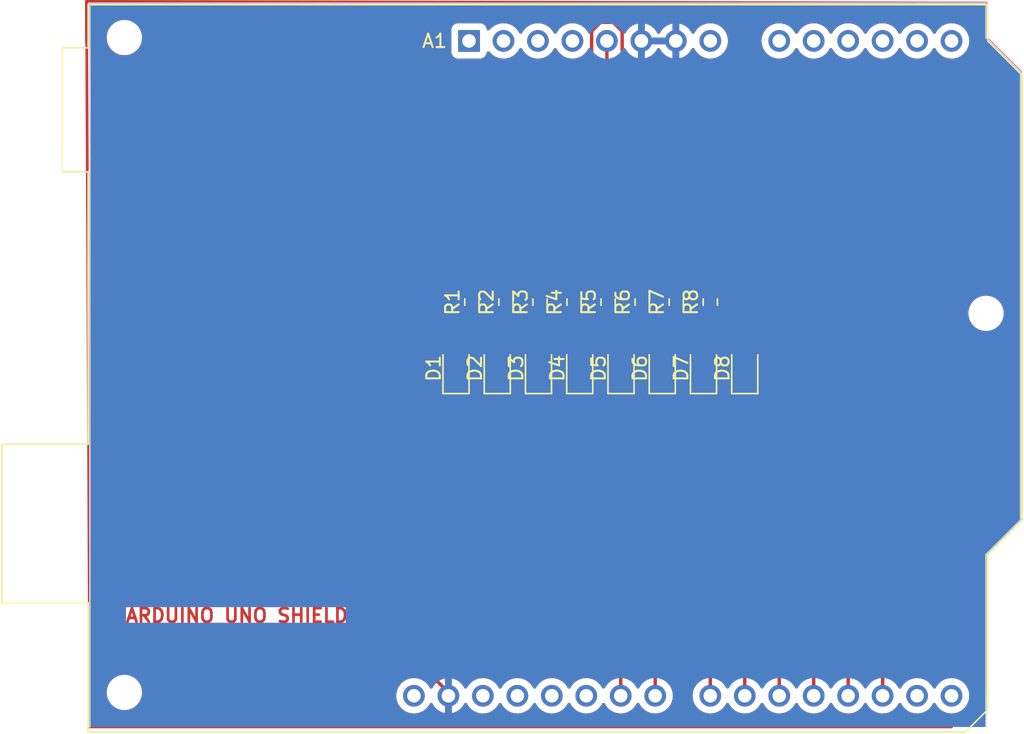
<source format=kicad_pcb>
(kicad_pcb (version 20221018) (generator pcbnew)
  (layers (0 "F.Cu" signal) (31 "B.Cu" signal) (34 "B.Paste" user) (35 "F.Paste" user) (36 "B.SilkS" user "B.Silkscreen") (37 "F.SilkS" user "F.Silkscreen") (38 "B.Mask" user) (39 "F.Mask" user) (44 "Edge.Cuts" user))
  (net 0 "")
  (net 5 "Net-(A1-+5V)")
  (net 6 "GND")
  (net 16 "Net-(A1-D2)")
  (net 17 "Net-(A1-D3)")
  (net 18 "Net-(A1-D4)")
  (net 19 "Net-(A1-D5)")
  (net 20 "Net-(A1-D6)")
  (net 21 "Net-(A1-D7)")
  (net 22 "Net-(A1-D8)")
  (net 23 "Net-(A1-D9)")
  (net 29 "Net-(D1-A)")
  (net 30 "Net-(D2-A)")
  (net 31 "Net-(D3-A)")
  (net 32 "Net-(D4-A)")
  (net 33 "Net-(D5-A)")
  (net 34 "Net-(D6-A)")
  (net 35 "Net-(D7-A)")
  (net 36 "Net-(D8-A)")
  (footprint "LED_SMD:LED_0805_2012Metric_Pad1.15x1.40mm_HandSolder" (layer "F.Cu") (at 190.04 80.255 90)
    (fp_text reference "D2" (at 0 -1.65 90) (layer "F.SilkS"))
    (fp_text value "LED")
    (fp_line (start -1.86 -0.96) (end -1.86 0.96) (stroke (width 0.12)) (layer "F.SilkS"))
    (fp_line (start -1.86 0.96) (end 1 0.96) (stroke (width 0.12)) (layer "F.SilkS"))
    (fp_line (start 1 -0.96) (end -1.86 -0.96) (stroke (width 0.12)) (layer "F.SilkS"))
    (pad "1" smd roundrect (at -1.025 0 90) (size 1.15 1.4) (layers "F.Cu" "F.Paste" "F.Mask") (roundrect_rratio 0.217391) (net 22 "Net-(A1-D8)"))
    (pad "2" smd roundrect (at 1.025 0 90) (size 1.15 1.4) (layers "F.Cu" "F.Paste" "F.Mask") (roundrect_rratio 0.217391) (net 30 "Net-(D2-A)"))
  )
  (footprint "Resistor_SMD:R_0603_1608Metric" (layer "F.Cu") (at 203.23 75.375 90)
    (fp_text reference "R7" (at 0 -1.43 90) (layer "F.SilkS"))
    (fp_text value "247")
    (fp_line (start -0.237258 -0.5225) (end 0.237258 -0.5225) (stroke (width 0.12)) (layer "F.SilkS"))
    (fp_line (start -0.237258 0.5225) (end 0.237258 0.5225) (stroke (width 0.12)) (layer "F.SilkS"))
    (pad "1" smd roundrect (at -0.825 0 90) (size 0.8 0.95) (layers "F.Cu" "F.Paste" "F.Mask") (net 5 "Net-(A1-+5V)"))
    (pad "2" smd roundrect (at 0.825 0 90) (size 0.8 0.95) (layers "F.Cu" "F.Paste" "F.Mask") (net 35 "Net-(D7-A)"))
  )
  (footprint "Resistor_SMD:R_0603_1608Metric" (layer "F.Cu") (at 205.74 75.375 90)
    (fp_text reference "R8" (at 0 -1.43 90) (layer "F.SilkS"))
    (fp_text value "247")
    (fp_line (start -0.237258 -0.5225) (end 0.237258 -0.5225) (stroke (width 0.12)) (layer "F.SilkS"))
    (fp_line (start -0.237258 0.5225) (end 0.237258 0.5225) (stroke (width 0.12)) (layer "F.SilkS"))
    (pad "1" smd roundrect (at -0.825 0 90) (size 0.8 0.95) (layers "F.Cu" "F.Paste" "F.Mask") (net 5 "Net-(A1-+5V)"))
    (pad "2" smd roundrect (at 0.825 0 90) (size 0.8 0.95) (layers "F.Cu" "F.Paste" "F.Mask") (net 36 "Net-(D8-A)"))
  )
  (footprint "Resistor_SMD:R_0603_1608Metric" (layer "F.Cu") (at 188.17 75.375 90)
    (fp_text reference "R1" (at 0 -1.43 90) (layer "F.SilkS"))
    (fp_text value "247")
    (fp_line (start -0.237258 -0.5225) (end 0.237258 -0.5225) (stroke (width 0.12)) (layer "F.SilkS"))
    (fp_line (start -0.237258 0.5225) (end 0.237258 0.5225) (stroke (width 0.12)) (layer "F.SilkS"))
    (pad "1" smd roundrect (at -0.825 0 90) (size 0.8 0.95) (layers "F.Cu" "F.Paste" "F.Mask") (net 5 "Net-(A1-+5V)"))
    (pad "2" smd roundrect (at 0.825 0 90) (size 0.8 0.95) (layers "F.Cu" "F.Paste" "F.Mask") (net 29 "Net-(D1-A)"))
  )
  (footprint "LED_SMD:LED_0805_2012Metric_Pad1.15x1.40mm_HandSolder" (layer "F.Cu") (at 199.16 80.255 90)
    (fp_text reference "D5" (at 0 -1.65 90) (layer "F.SilkS"))
    (fp_text value "LED")
    (fp_line (start -1.86 -0.96) (end -1.86 0.96) (stroke (width 0.12)) (layer "F.SilkS"))
    (fp_line (start -1.86 0.96) (end 1 0.96) (stroke (width 0.12)) (layer "F.SilkS"))
    (fp_line (start 1 -0.96) (end -1.86 -0.96) (stroke (width 0.12)) (layer "F.SilkS"))
    (pad "1" smd roundrect (at -1.025 0 90) (size 1.15 1.4) (layers "F.Cu" "F.Paste" "F.Mask") (roundrect_rratio 0.217391) (net 19 "Net-(A1-D5)"))
    (pad "2" smd roundrect (at 1.025 0 90) (size 1.15 1.4) (layers "F.Cu" "F.Paste" "F.Mask") (roundrect_rratio 0.217391) (net 33 "Net-(D5-A)"))
  )
  (footprint "LED_SMD:LED_0805_2012Metric_Pad1.15x1.40mm_HandSolder" (layer "F.Cu") (at 208.28 80.255 90)
    (fp_text reference "D8" (at 0 -1.65 90) (layer "F.SilkS"))
    (fp_text value "LED")
    (fp_line (start -1.86 -0.96) (end -1.86 0.96) (stroke (width 0.12)) (layer "F.SilkS"))
    (fp_line (start -1.86 0.96) (end 1 0.96) (stroke (width 0.12)) (layer "F.SilkS"))
    (fp_line (start 1 -0.96) (end -1.86 -0.96) (stroke (width 0.12)) (layer "F.SilkS"))
    (pad "1" smd roundrect (at -1.025 0 90) (size 1.15 1.4) (layers "F.Cu" "F.Paste" "F.Mask") (roundrect_rratio 0.217391) (net 16 "Net-(A1-D2)"))
    (pad "2" smd roundrect (at 1.025 0 90) (size 1.15 1.4) (layers "F.Cu" "F.Paste" "F.Mask") (roundrect_rratio 0.217391) (net 36 "Net-(D8-A)"))
  )
  (footprint "LED_SMD:LED_0805_2012Metric_Pad1.15x1.40mm_HandSolder" (layer "F.Cu") (at 202.2 80.255 90)
    (fp_text reference "D6" (at 0 -1.65 90) (layer "F.SilkS"))
    (fp_text value "LED")
    (fp_line (start -1.86 -0.96) (end -1.86 0.96) (stroke (width 0.12)) (layer "F.SilkS"))
    (fp_line (start -1.86 0.96) (end 1 0.96) (stroke (width 0.12)) (layer "F.SilkS"))
    (fp_line (start 1 -0.96) (end -1.86 -0.96) (stroke (width 0.12)) (layer "F.SilkS"))
    (pad "1" smd roundrect (at -1.025 0 90) (size 1.15 1.4) (layers "F.Cu" "F.Paste" "F.Mask") (roundrect_rratio 0.217391) (net 18 "Net-(A1-D4)"))
    (pad "2" smd roundrect (at 1.025 0 90) (size 1.15 1.4) (layers "F.Cu" "F.Paste" "F.Mask") (roundrect_rratio 0.217391) (net 34 "Net-(D6-A)"))
  )
  (footprint "LED_SMD:LED_0805_2012Metric_Pad1.15x1.40mm_HandSolder" (layer "F.Cu") (at 196.12 80.255 90)
    (fp_text reference "D4" (at 0 -1.65 90) (layer "F.SilkS"))
    (fp_text value "LED")
    (fp_line (start -1.86 -0.96) (end -1.86 0.96) (stroke (width 0.12)) (layer "F.SilkS"))
    (fp_line (start -1.86 0.96) (end 1 0.96) (stroke (width 0.12)) (layer "F.SilkS"))
    (fp_line (start 1 -0.96) (end -1.86 -0.96) (stroke (width 0.12)) (layer "F.SilkS"))
    (pad "1" smd roundrect (at -1.025 0 90) (size 1.15 1.4) (layers "F.Cu" "F.Paste" "F.Mask") (roundrect_rratio 0.217391) (net 20 "Net-(A1-D6)"))
    (pad "2" smd roundrect (at 1.025 0 90) (size 1.15 1.4) (layers "F.Cu" "F.Paste" "F.Mask") (roundrect_rratio 0.217391) (net 32 "Net-(D4-A)"))
  )
  (footprint "Resistor_SMD:R_0603_1608Metric" (layer "F.Cu") (at 190.68 75.375 90)
    (fp_text reference "R2" (at 0 -1.43 90) (layer "F.SilkS"))
    (fp_text value "247")
    (fp_line (start -0.237258 -0.5225) (end 0.237258 -0.5225) (stroke (width 0.12)) (layer "F.SilkS"))
    (fp_line (start -0.237258 0.5225) (end 0.237258 0.5225) (stroke (width 0.12)) (layer "F.SilkS"))
    (pad "1" smd roundrect (at -0.825 0 90) (size 0.8 0.95) (layers "F.Cu" "F.Paste" "F.Mask") (net 5 "Net-(A1-+5V)"))
    (pad "2" smd roundrect (at 0.825 0 90) (size 0.8 0.95) (layers "F.Cu" "F.Paste" "F.Mask") (net 30 "Net-(D2-A)"))
  )
  (footprint "MountingHole:MountingHole_2.1mm" (layer "F.Cu") (at 226.06 76.2)
    (fp_text reference "REF**" hide)
    (fp_text value "MountingHole_2.1mm" hide)
    (pad "" np_thru_hole circle (at 0 0) (size 2.1 2.1) (drill 2.1) (layers "*.Cu" "*.Mask"))
  )
  (footprint "LED_SMD:LED_0805_2012Metric_Pad1.15x1.40mm_HandSolder" (layer "F.Cu") (at 205.24 80.255 90)
    (fp_text reference "D7" (at 0 -1.65 90) (layer "F.SilkS"))
    (fp_text value "LED")
    (fp_line (start -1.86 -0.96) (end -1.86 0.96) (stroke (width 0.12)) (layer "F.SilkS"))
    (fp_line (start -1.86 0.96) (end 1 0.96) (stroke (width 0.12)) (layer "F.SilkS"))
    (fp_line (start 1 -0.96) (end -1.86 -0.96) (stroke (width 0.12)) (layer "F.SilkS"))
    (pad "1" smd roundrect (at -1.025 0 90) (size 1.15 1.4) (layers "F.Cu" "F.Paste" "F.Mask") (roundrect_rratio 0.217391) (net 17 "Net-(A1-D3)"))
    (pad "2" smd roundrect (at 1.025 0 90) (size 1.15 1.4) (layers "F.Cu" "F.Paste" "F.Mask") (roundrect_rratio 0.217391) (net 35 "Net-(D7-A)"))
  )
  (footprint "Resistor_SMD:R_0603_1608Metric" (layer "F.Cu") (at 193.19 75.375 90)
    (fp_text reference "R3" (at 0 -1.43 90) (layer "F.SilkS"))
    (fp_text value "247")
    (fp_line (start -0.237258 -0.5225) (end 0.237258 -0.5225) (stroke (width 0.12)) (layer "F.SilkS"))
    (fp_line (start -0.237258 0.5225) (end 0.237258 0.5225) (stroke (width 0.12)) (layer "F.SilkS"))
    (pad "1" smd roundrect (at -0.825 0 90) (size 0.8 0.95) (layers "F.Cu" "F.Paste" "F.Mask") (net 5 "Net-(A1-+5V)"))
    (pad "2" smd roundrect (at 0.825 0 90) (size 0.8 0.95) (layers "F.Cu" "F.Paste" "F.Mask") (net 31 "Net-(D3-A)"))
  )
  (footprint "Resistor_SMD:R_0603_1608Metric" (layer "F.Cu") (at 200.72 75.375 90)
    (fp_text reference "R6" (at 0 -1.43 90) (layer "F.SilkS"))
    (fp_text value "247")
    (fp_line (start -0.237258 -0.5225) (end 0.237258 -0.5225) (stroke (width 0.12)) (layer "F.SilkS"))
    (fp_line (start -0.237258 0.5225) (end 0.237258 0.5225) (stroke (width 0.12)) (layer "F.SilkS"))
    (pad "1" smd roundrect (at -0.825 0 90) (size 0.8 0.95) (layers "F.Cu" "F.Paste" "F.Mask") (net 5 "Net-(A1-+5V)"))
    (pad "2" smd roundrect (at 0.825 0 90) (size 0.8 0.95) (layers "F.Cu" "F.Paste" "F.Mask") (net 34 "Net-(D6-A)"))
  )
  (footprint "Resistor_SMD:R_0603_1608Metric" (layer "F.Cu") (at 198.21 75.375 90)
    (fp_text reference "R5" (at 0 -1.43 90) (layer "F.SilkS"))
    (fp_text value "247")
    (fp_line (start -0.237258 -0.5225) (end 0.237258 -0.5225) (stroke (width 0.12)) (layer "F.SilkS"))
    (fp_line (start -0.237258 0.5225) (end 0.237258 0.5225) (stroke (width 0.12)) (layer "F.SilkS"))
    (pad "1" smd roundrect (at -0.825 0 90) (size 0.8 0.95) (layers "F.Cu" "F.Paste" "F.Mask") (net 5 "Net-(A1-+5V)"))
    (pad "2" smd roundrect (at 0.825 0 90) (size 0.8 0.95) (layers "F.Cu" "F.Paste" "F.Mask") (net 33 "Net-(D5-A)"))
  )
  (footprint "Resistor_SMD:R_0603_1608Metric" (layer "F.Cu") (at 195.7 75.375 90)
    (fp_text reference "R4" (at 0 -1.43 90) (layer "F.SilkS"))
    (fp_text value "247")
    (fp_line (start -0.237258 -0.5225) (end 0.237258 -0.5225) (stroke (width 0.12)) (layer "F.SilkS"))
    (fp_line (start -0.237258 0.5225) (end 0.237258 0.5225) (stroke (width 0.12)) (layer "F.SilkS"))
    (pad "1" smd roundrect (at -0.825 0 90) (size 0.8 0.95) (layers "F.Cu" "F.Paste" "F.Mask") (net 5 "Net-(A1-+5V)"))
    (pad "2" smd roundrect (at 0.825 0 90) (size 0.8 0.95) (layers "F.Cu" "F.Paste" "F.Mask") (net 32 "Net-(D4-A)"))
  )
  (footprint "MountingHole:MountingHole_2.1mm" (layer "F.Cu") (at 162.56 55.88)
    (fp_text reference "REF**" hide)
    (fp_text value "MountingHole_2.1mm" hide)
    (pad "" np_thru_hole circle (at 0 0) (size 2.1 2.1) (drill 2.1) (layers "*.Cu" "*.Mask"))
  )
  (footprint "MountingHole:MountingHole_2.1mm" (layer "F.Cu") (at 162.56 104.14)
    (fp_text reference "REF**" hide)
    (fp_text value "MountingHole_2.1mm" hide)
    (pad "" np_thru_hole circle (at 0 0) (size 2.1 2.1) (drill 2.1) (layers "*.Cu" "*.Mask"))
  )
  (footprint "Module:Arduino_UNO_R2" (layer "F.Cu") (at 187.96 56.125)
    (fp_text reference "A1" (at -2.54 0 180) (layer "F.SilkS"))
    (fp_text value "Arduino_UNO_R2")
    (fp_line (start -34.42 29.72) (end -34.42 41.4) (stroke (width 0.12)) (layer "F.SilkS"))
    (fp_line (start -34.42 41.4) (end -28.07 41.4) (stroke (width 0.12)) (layer "F.SilkS"))
    (fp_line (start -29.97 0.51) (end -29.97 9.65) (stroke (width 0.12)) (layer "F.SilkS"))
    (fp_line (start -29.97 9.65) (end -28.07 9.65) (stroke (width 0.12)) (layer "F.SilkS"))
    (fp_line (start -28.07 -2.67) (end -28.07 0.51) (stroke (width 0.12)) (layer "F.SilkS"))
    (fp_line (start -28.07 0.51) (end -29.97 0.51) (stroke (width 0.12)) (layer "F.SilkS"))
    (fp_line (start -28.07 9.65) (end -28.07 29.72) (stroke (width 0.12)) (layer "F.SilkS"))
    (fp_line (start -28.07 29.72) (end -34.42 29.72) (stroke (width 0.12)) (layer "F.SilkS"))
    (fp_line (start -28.07 41.4) (end -28.07 50.93) (stroke (width 0.12)) (layer "F.SilkS"))
    (fp_line (start -28.07 50.93) (end 36.58 50.93) (stroke (width 0.12)) (layer "F.SilkS"))
    (fp_line (start 36.58 50.93) (end 38.23 49.28) (stroke (width 0.12)) (layer "F.SilkS"))
    (fp_line (start 38.23 -2.67) (end -28.07 -2.67) (stroke (width 0.12)) (layer "F.SilkS"))
    (fp_line (start 38.23 0) (end 38.23 -2.67) (stroke (width 0.12)) (layer "F.SilkS"))
    (fp_line (start 38.23 37.85) (end 40.77 35.31) (stroke (width 0.12)) (layer "F.SilkS"))
    (fp_line (start 38.23 49.28) (end 38.23 37.85) (stroke (width 0.12)) (layer "F.SilkS"))
    (fp_line (start 40.77 2.54) (end 38.23 0) (stroke (width 0.12)) (layer "F.SilkS"))
    (fp_line (start 40.77 35.31) (end 40.77 2.54) (stroke (width 0.12)) (layer "F.SilkS"))
    (pad "1" thru_hole rect (at 0 0 90) (size 1.6 1.6) (drill 1) (layers "*.Cu" "*.Mask"))
    (pad "2" thru_hole oval (at 2.54 0 90) (size 1.6 1.6) (drill 1) (layers "*.Cu" "*.Mask"))
    (pad "3" thru_hole oval (at 5.08 0 90) (size 1.6 1.6) (drill 1) (layers "*.Cu" "*.Mask"))
    (pad "4" thru_hole oval (at 7.62 0 90) (size 1.6 1.6) (drill 1) (layers "*.Cu" "*.Mask"))
    (pad "5" thru_hole oval (at 10.16 0 90) (size 1.6 1.6) (drill 1) (layers "*.Cu" "*.Mask") (net 5 "Net-(A1-+5V)"))
    (pad "6" thru_hole oval (at 12.7 0 90) (size 1.6 1.6) (drill 1) (layers "*.Cu" "*.Mask") (net 6 "GND"))
    (pad "7" thru_hole oval (at 15.24 0 90) (size 1.6 1.6) (drill 1) (layers "*.Cu" "*.Mask") (net 6 "GND"))
    (pad "8" thru_hole oval (at 17.78 0 90) (size 1.6 1.6) (drill 1) (layers "*.Cu" "*.Mask"))
    (pad "9" thru_hole oval (at 22.86 0 90) (size 1.6 1.6) (drill 1) (layers "*.Cu" "*.Mask"))
    (pad "10" thru_hole oval (at 25.4 0 90) (size 1.6 1.6) (drill 1) (layers "*.Cu" "*.Mask"))
    (pad "11" thru_hole oval (at 27.94 0 90) (size 1.6 1.6) (drill 1) (layers "*.Cu" "*.Mask"))
    (pad "12" thru_hole oval (at 30.48 0 90) (size 1.6 1.6) (drill 1) (layers "*.Cu" "*.Mask"))
    (pad "13" thru_hole oval (at 33.02 0 90) (size 1.6 1.6) (drill 1) (layers "*.Cu" "*.Mask"))
    (pad "14" thru_hole oval (at 35.56 0 90) (size 1.6 1.6) (drill 1) (layers "*.Cu" "*.Mask"))
    (pad "15" thru_hole oval (at 35.56 48.26 90) (size 1.6 1.6) (drill 1) (layers "*.Cu" "*.Mask"))
    (pad "16" thru_hole oval (at 33.02 48.26 90) (size 1.6 1.6) (drill 1) (layers "*.Cu" "*.Mask"))
    (pad "17" thru_hole oval (at 30.48 48.26 90) (size 1.6 1.6) (drill 1) (layers "*.Cu" "*.Mask") (net 16 "Net-(A1-D2)"))
    (pad "18" thru_hole oval (at 27.94 48.26 90) (size 1.6 1.6) (drill 1) (layers "*.Cu" "*.Mask") (net 17 "Net-(A1-D3)"))
    (pad "19" thru_hole oval (at 25.4 48.26 90) (size 1.6 1.6) (drill 1) (layers "*.Cu" "*.Mask") (net 18 "Net-(A1-D4)"))
    (pad "20" thru_hole oval (at 22.86 48.26 90) (size 1.6 1.6) (drill 1) (layers "*.Cu" "*.Mask") (net 19 "Net-(A1-D5)"))
    (pad "21" thru_hole oval (at 20.32 48.26 90) (size 1.6 1.6) (drill 1) (layers "*.Cu" "*.Mask") (net 20 "Net-(A1-D6)"))
    (pad "22" thru_hole oval (at 17.78 48.26 90) (size 1.6 1.6) (drill 1) (layers "*.Cu" "*.Mask") (net 21 "Net-(A1-D7)"))
    (pad "23" thru_hole oval (at 13.72 48.26 90) (size 1.6 1.6) (drill 1) (layers "*.Cu" "*.Mask") (net 22 "Net-(A1-D8)"))
    (pad "24" thru_hole oval (at 11.18 48.26 90) (size 1.6 1.6) (drill 1) (layers "*.Cu" "*.Mask") (net 23 "Net-(A1-D9)"))
    (pad "25" thru_hole oval (at 8.64 48.26 90) (size 1.6 1.6) (drill 1) (layers "*.Cu" "*.Mask"))
    (pad "26" thru_hole oval (at 6.1 48.26 90) (size 1.6 1.6) (drill 1) (layers "*.Cu" "*.Mask"))
    (pad "27" thru_hole oval (at 3.56 48.26 90) (size 1.6 1.6) (drill 1) (layers "*.Cu" "*.Mask"))
    (pad "28" thru_hole oval (at 1.02 48.26 90) (size 1.6 1.6) (drill 1) (layers "*.Cu" "*.Mask"))
    (pad "29" thru_hole oval (at -1.52 48.26 90) (size 1.6 1.6) (drill 1) (layers "*.Cu" "*.Mask") (net 6 "GND"))
    (pad "30" thru_hole oval (at -4.06 48.26 90) (size 1.6 1.6) (drill 1) (layers "*.Cu" "*.Mask"))
  )
  (footprint "LED_SMD:LED_0805_2012Metric_Pad1.15x1.40mm_HandSolder" (layer "F.Cu") (at 193.08 80.255 90)
    (fp_text reference "D3" (at 0 -1.65 90) (layer "F.SilkS"))
    (fp_text value "LED")
    (fp_line (start -1.86 -0.96) (end -1.86 0.96) (stroke (width 0.12)) (layer "F.SilkS"))
    (fp_line (start -1.86 0.96) (end 1 0.96) (stroke (width 0.12)) (layer "F.SilkS"))
    (fp_line (start 1 -0.96) (end -1.86 -0.96) (stroke (width 0.12)) (layer "F.SilkS"))
    (pad "1" smd roundrect (at -1.025 0 90) (size 1.15 1.4) (layers "F.Cu" "F.Paste" "F.Mask") (roundrect_rratio 0.217391) (net 21 "Net-(A1-D7)"))
    (pad "2" smd roundrect (at 1.025 0 90) (size 1.15 1.4) (layers "F.Cu" "F.Paste" "F.Mask") (roundrect_rratio 0.217391) (net 31 "Net-(D3-A)"))
  )
  (footprint "LED_SMD:LED_0805_2012Metric_Pad1.15x1.40mm_HandSolder" (layer "F.Cu") (at 187 80.255 90)
    (fp_text reference "D1" (at 0 -1.65 90) (layer "F.SilkS"))
    (fp_text value "LED")
    (fp_line (start -1.86 -0.96) (end -1.86 0.96) (stroke (width 0.12)) (layer "F.SilkS"))
    (fp_line (start -1.86 0.96) (end 1 0.96) (stroke (width 0.12)) (layer "F.SilkS"))
    (fp_line (start 1 -0.96) (end -1.86 -0.96) (stroke (width 0.12)) (layer "F.SilkS"))
    (pad "1" smd roundrect (at -1.025 0 90) (size 1.15 1.4) (layers "F.Cu" "F.Paste" "F.Mask") (roundrect_rratio 0.217391) (net 23 "Net-(A1-D9)"))
    (pad "2" smd roundrect (at 1.025 0 90) (size 1.15 1.4) (layers "F.Cu" "F.Paste" "F.Mask") (roundrect_rratio 0.217391) (net 29 "Net-(D1-A)"))
  )
  (gr_line (start 160.02 106.68) (end 159.77 53.21) (stroke (width 0.2)) (layer "F.Cu"))
  (gr_line (start 226.055091 55.879506) (end 228.6 58.42) (stroke (width 0.2)) (layer "F.Cu"))
  (gr_line (start 226.06 93.98) (end 226.06 104.14) (stroke (width 0.2)) (layer "F.Cu"))
  (gr_line (start 226.06 53.34) (end 226.055091 55.879506) (stroke (width 0.2)) (layer "F.Cu"))
  (gr_line (start 159.77 56.26) (end 159.77 53.21) (stroke (width 0.2)) (layer "F.Cu"))
  (gr_line (start 223.52 106.68) (end 160.02 106.68) (stroke (width 0.2)) (layer "F.Cu"))
  (gr_line (start 159.77 53.21) (end 226.06 53.34) (stroke (width 0.2)) (layer "F.Cu"))
  (gr_line (start 228.6 91.44) (end 226.06 93.98) (stroke (width 0.2)) (layer "F.Cu"))
  (gr_line (start 226.06 53.34) (end 226.06 55.88) (stroke (width 0.1)) (layer "Edge.Cuts"))
  (gr_line (start 228.6 91.44) (end 226.06 93.98) (stroke (width 0.1)) (layer "Edge.Cuts"))
  (gr_line (start 228.6 91.44) (end 226.06 93.98) (stroke (width 0.1)) (layer "Edge.Cuts"))
  (gr_line (start 226.06 93.98) (end 226.06 105.41) (stroke (width 0.1)) (layer "Edge.Cuts"))
  (gr_line (start 160.02 55.88) (end 160.02 53.34) (stroke (width 0.1)) (layer "Edge.Cuts"))
  (gr_line (start 220.98 53.34) (end 226.06 53.34) (stroke (width 0.1)) (layer "Edge.Cuts"))
  (gr_line (start 160.02 53.34) (end 226.06 53.34) (stroke (width 0.1)) (layer "Edge.Cuts"))
  (gr_line (start 160.02 53.34) (end 226.06 53.34) (stroke (width 0.1)) (layer "Edge.Cuts"))
  (gr_line (start 226.06 55.88) (end 226.06 53.34) (stroke (width 0.1)) (layer "Edge.Cuts"))
  (gr_line (start 228.6 58.42) (end 228.6 91.44) (stroke (width 0.1)) (layer "Edge.Cuts"))
  (gr_line (start 226.06 55.88) (end 228.6 58.42) (stroke (width 0.1)) (layer "Edge.Cuts"))
  (gr_line (start 226.06 105.41) (end 226.06 106.68) (stroke (width 0.1)) (layer "Edge.Cuts"))
  (gr_line (start 228.6 58.42) (end 226.06 55.88) (stroke (width 0.1)) (layer "Edge.Cuts"))
  (gr_line (start 226.06 93.98) (end 226.06 104.14) (stroke (width 0.1)) (layer "Edge.Cuts"))
  (gr_line (start 160.02 106.68) (end 160.02 53.34) (stroke (width 0.1)) (layer "Edge.Cuts"))
  (gr_line (start 228.6 91.44) (end 226.06 93.98) (stroke (width 0.1)) (layer "Edge.Cuts"))
  (gr_line (start 226.06 55.88) (end 228.6 58.42) (stroke (width 0.1)) (layer "Edge.Cuts"))
  (gr_line (start 160.02 106.68) (end 160.02 53.34) (stroke (width 0.1)) (layer "Edge.Cuts"))
  (gr_line (start 226.06 93.98) (end 226.06 105.41) (stroke (width 0.1)) (layer "Edge.Cuts"))
  (gr_line (start 226.06 53.34) (end 226.06 55.88) (stroke (width 0.1)) (layer "Edge.Cuts"))
  (gr_text "ARDUINO UNO SHIELD\n" (at 162.56 99.06) (layer "F.Cu") (effects (font (size 1 1) (thickness 0.2) bold) (justify left bottom)))
  (segment (start 193.99 72.07) (end 193.04 71.12) (width 0.25) (layer "F.Cu") (net 5))
  (segment (start 193.19 76.2) (end 193.99 75.4) (width 0.25) (layer "F.Cu") (net 5))
  (segment (start 198.12 55.88) (end 198.12 71.12) (width 0.25) (layer "F.Cu") (net 5))
  (segment (start 201.52 75.4) (end 201.52 71.98) (width 0.25) (layer "F.Cu") (net 5))
  (segment (start 206.54 71.92) (end 206.54 75.4) (width 0.25) (layer "F.Cu") (net 5))
  (segment (start 198.21 76.2) (end 197.41 75.4) (width 0.25) (layer "F.Cu") (net 5))
  (segment (start 197.41 75.4) (end 197.41 71.83) (width 0.25) (layer "F.Cu") (net 5))
  (segment (start 191.48 75.4) (end 191.48 72.1) (width 0.25) (layer "F.Cu") (net 5))
  (segment (start 187.96 71.12) (end 190.5 71.12) (width 0.25) (layer "F.Cu") (net 5))
  (segment (start 204.03 71.95) (end 203.2 71.12) (width 0.25) (layer "F.Cu") (net 5))
  (segment (start 191.48 72.1) (end 190.5 71.12) (width 0.25) (layer "F.Cu") (net 5))
  (segment (start 200.72 76.2) (end 201.52 75.4) (width 0.25) (layer "F.Cu") (net 5))
  (segment (start 195.7 76.2) (end 194.9 75.4) (width 0.25) (layer "F.Cu") (net 5))
  (segment (start 193.99 75.4) (end 193.99 72.07) (width 0.25) (layer "F.Cu") (net 5))
  (segment (start 188.97 72.13) (end 187.96 71.12) (width 0.25) (layer "F.Cu") (net 5))
  (segment (start 203.2 71.12) (end 205.74 71.12) (width 0.25) (layer "F.Cu") (net 5))
  (segment (start 200.66 71.12) (end 203.2 71.12) (width 0.25) (layer "F.Cu") (net 5))
  (segment (start 194.9 71.8) (end 195.58 71.12) (width 0.25) (layer "F.Cu") (net 5))
  (segment (start 204.03 75.4) (end 204.03 71.95) (width 0.25) (layer "F.Cu") (net 5))
  (segment (start 190.5 71.12) (end 195.58 71.12) (width 0.25) (layer "F.Cu") (net 5))
  (segment (start 188.17 76.2) (end 188.17 75.836996) (width 0.25) (layer "F.Cu") (net 5))
  (segment (start 201.52 71.98) (end 200.66 71.12) (width 0.25) (layer "F.Cu") (net 5))
  (segment (start 203.23 76.2) (end 204.03 75.4) (width 0.25) (layer "F.Cu") (net 5))
  (segment (start 194.9 75.4) (end 194.9 71.8) (width 0.25) (layer "F.Cu") (net 5))
  (segment (start 198.12 71.12) (end 200.66 71.12) (width 0.25) (layer "F.Cu") (net 5))
  (segment (start 197.41 71.83) (end 198.12 71.12) (width 0.25) (layer "F.Cu") (net 5))
  (segment (start 206.54 75.4) (end 205.74 76.2) (width 0.25) (layer "F.Cu") (net 5))
  (segment (start 205.74 71.12) (end 206.54 71.92) (width 0.25) (layer "F.Cu") (net 5))
  (segment (start 195.58 71.12) (end 198.12 71.12) (width 0.25) (layer "F.Cu") (net 5))
  (segment (start 190.68 76.2) (end 191.48 75.4) (width 0.25) (layer "F.Cu") (net 5))
  (segment (start 188.97 75.036996) (end 188.97 72.13) (width 0.25) (layer "F.Cu") (net 5))
  (segment (start 188.17 75.836996) (end 188.97 75.036996) (width 0.25) (layer "F.Cu") (net 5))
  (segment (start 196.995 55.414009) (end 196.995 61.448604) (width 0.25) (layer "F.Cu") (net 6))
  (segment (start 200.66 63.5) (end 203.2 63.5) (width 0.25) (layer "F.Cu") (net 6))
  (segment (start 203.2 63.5) (end 203.2 55.88) (width 0.25) (layer "F.Cu") (net 6))
  (segment (start 199.245 62.825) (end 199.245 55.414009) (width 0.25) (layer "F.Cu") (net 6))
  (segment (start 185.42 103.12) (end 186.44 104.14) (width 0.25) (layer "F.Cu") (net 6))
  (segment (start 200.66 63.5) (end 198.57 63.5) (width 0.25) (layer "F.Cu") (net 6))
  (segment (start 199.245 55.414009) (end 198.585991 54.755) (width 0.25) (layer "F.Cu") (net 6))
  (segment (start 200.66 55.88) (end 200.66 63.5) (width 0.25) (layer "F.Cu") (net 6))
  (segment (start 198.585991 54.755) (end 197.654009 54.755) (width 0.25) (layer "F.Cu") (net 6))
  (segment (start 197.654009 54.755) (end 196.995 55.414009) (width 0.25) (layer "F.Cu") (net 6))
  (segment (start 185.42 73.023604) (end 185.42 103.12) (width 0.25) (layer "F.Cu") (net 6))
  (segment (start 198.57 63.5) (end 199.245 62.825) (width 0.25) (layer "F.Cu") (net 6))
  (segment (start 196.995 61.448604) (end 185.42 73.023604) (width 0.25) (layer "F.Cu") (net 6))
  (segment (start 218.44 96.52) (end 208.28 86.36) (width 0.25) (layer "F.Cu") (net 16))
  (segment (start 208.28 86.36) (end 208.28 81.28) (width 0.25) (layer "F.Cu") (net 16))
  (segment (start 218.44 104.14) (end 218.44 96.52) (width 0.25) (layer "F.Cu") (net 16))
  (segment (start 215.9 96.52) (end 205.24 85.86) (width 0.25) (layer "F.Cu") (net 17))
  (segment (start 205.24 85.86) (end 205.24 81.28) (width 0.25) (layer "F.Cu") (net 17))
  (segment (start 215.9 104.14) (end 215.9 96.52) (width 0.25) (layer "F.Cu") (net 17))
  (segment (start 202.2 85.36) (end 202.2 81.28) (width 0.25) (layer "F.Cu") (net 18))
  (segment (start 213.36 96.52) (end 202.2 85.36) (width 0.25) (layer "F.Cu") (net 18))
  (segment (start 213.36 104.14) (end 213.36 96.52) (width 0.25) (layer "F.Cu") (net 18))
  (segment (start 199.16 84.86) (end 199.16 81.28) (width 0.25) (layer "F.Cu") (net 19))
  (segment (start 210.82 96.52) (end 199.16 84.86) (width 0.25) (layer "F.Cu") (net 19))
  (segment (start 210.82 104.14) (end 210.82 96.52) (width 0.25) (layer "F.Cu") (net 19))
  (segment (start 208.28 96.52) (end 196.12 84.36) (width 0.25) (layer "F.Cu") (net 20))
  (segment (start 196.12 84.36) (end 196.12 81.28) (width 0.25) (layer "F.Cu") (net 20))
  (segment (start 208.28 104.14) (end 208.28 96.52) (width 0.25) (layer "F.Cu") (net 20))
  (segment (start 205.74 104.14) (end 205.74 96.52) (width 0.25) (layer "F.Cu") (net 21))
  (segment (start 205.74 96.52) (end 193.08 83.86) (width 0.25) (layer "F.Cu") (net 21))
  (segment (start 193.08 83.86) (end 193.08 81.28) (width 0.25) (layer "F.Cu") (net 21))
  (segment (start 190.04 85.9) (end 190.04 81.28) (width 0.25) (layer "F.Cu") (net 22))
  (segment (start 201.68 104.14) (end 201.68 97.54) (width 0.25) (layer "F.Cu") (net 22))
  (segment (start 201.68 97.54) (end 190.04 85.9) (width 0.25) (layer "F.Cu") (net 22))
  (segment (start 187 85.4) (end 187 81.28) (width 0.25) (layer "F.Cu") (net 23))
  (segment (start 199.14 97.54) (end 187 85.4) (width 0.25) (layer "F.Cu") (net 23))
  (segment (start 199.14 104.14) (end 199.14 97.54) (width 0.25) (layer "F.Cu") (net 23))
  (segment (start 187 75.72) (end 188.17 74.55) (width 0.25) (layer "F.Cu") (net 29))
  (segment (start 187 79.23) (end 187 75.72) (width 0.25) (layer "F.Cu") (net 29))
  (segment (start 189.88 75.35) (end 190.68 74.55) (width 0.25) (layer "F.Cu") (net 30))
  (segment (start 189.88 79.07) (end 189.88 75.35) (width 0.25) (layer "F.Cu") (net 30))
  (segment (start 190.04 79.23) (end 189.88 79.07) (width 0.25) (layer "F.Cu") (net 30))
  (segment (start 192.39 75.35) (end 193.19 74.55) (width 0.25) (layer "F.Cu") (net 31))
  (segment (start 192.39 78.54) (end 192.39 75.35) (width 0.25) (layer "F.Cu") (net 31))
  (segment (start 193.08 79.23) (end 192.39 78.54) (width 0.25) (layer "F.Cu") (net 31))
  (segment (start 196.12 79.23) (end 196.5 78.85) (width 0.25) (layer "F.Cu") (net 32))
  (segment (start 196.5 75.35) (end 195.7 74.55) (width 0.25) (layer "F.Cu") (net 32))
  (segment (start 196.5 78.85) (end 196.5 75.35) (width 0.25) (layer "F.Cu") (net 32))
  (segment (start 199.16 79.23) (end 199.16 75.5) (width 0.25) (layer "F.Cu") (net 33))
  (segment (start 199.16 75.5) (end 198.21 74.55) (width 0.25) (layer "F.Cu") (net 33))
  (segment (start 199.92 75.35) (end 200.72 74.55) (width 0.25) (layer "F.Cu") (net 34))
  (segment (start 202.2 79.23) (end 199.92 76.95) (width 0.25) (layer "F.Cu") (net 34))
  (segment (start 199.92 76.95) (end 199.92 75.35) (width 0.25) (layer "F.Cu") (net 34))
  (segment (start 202.43 75.35) (end 203.23 74.55) (width 0.25) (layer "F.Cu") (net 35))
  (segment (start 205.24 79.23) (end 204.54 79.23) (width 0.25) (layer "F.Cu") (net 35))
  (segment (start 202.43 77.12) (end 202.43 75.35) (width 0.25) (layer "F.Cu") (net 35))
  (segment (start 204.54 79.23) (end 202.43 77.12) (width 0.25) (layer "F.Cu") (net 35))
  (segment (start 208.28 79.23) (end 207.58 79.23) (width 0.25) (layer "F.Cu") (net 36))
  (segment (start 204.94 76.623004) (end 204.94 75.35) (width 0.25) (layer "F.Cu") (net 36))
  (segment (start 205.74 77.39) (end 205.706996 77.39) (width 0.25) (layer "F.Cu") (net 36))
  (segment (start 204.94 75.35) (end 205.74 74.55) (width 0.25) (layer "F.Cu") (net 36))
  (segment (start 207.58 79.23) (end 205.74 77.39) (width 0.25) (layer "F.Cu") (net 36))
  (segment (start 205.706996 77.39) (end 204.94 76.623004) (width 0.25) (layer "F.Cu") (net 36))
  (zone (net 6) (net_name "GND") (layer "F.Cu") (connect_pads (clearance 0.5)) (min_thickness 0.25) (fill yes (thermal_gap 0.5) (thermal_bridge_width 0.5))
    (polygon (pts (xy 159.77 53.21) (xy 228.6 53.34) (xy 228.6 106.68) (xy 160.02 106.68)))
  )
  (zone (net 6) (net_name "GND") (layer "B.Cu") (priority 1) (connect_pads (clearance 0.5)) (min_thickness 0.25) (fill yes (thermal_gap 0.5) (thermal_bridge_width 0.5))
    (polygon (pts (xy 160.02 53.34) (xy 228.6 53.34) (xy 228.6 106.68) (xy 160.02 106.68)))
  )
)
</source>
